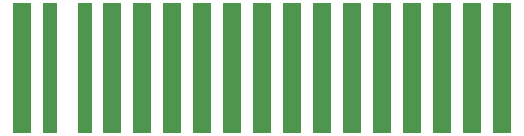
<source format=gbr>
%TF.GenerationSoftware,KiCad,Pcbnew,7.0.9*%
%TF.CreationDate,2024-01-11T00:16:29-03:00*%
%TF.ProjectId,HB-3600_FDC,48422d33-3630-4305-9f46-44432e6b6963,V1.0.0*%
%TF.SameCoordinates,Original*%
%TF.FileFunction,Paste,Bot*%
%TF.FilePolarity,Positive*%
%FSLAX46Y46*%
G04 Gerber Fmt 4.6, Leading zero omitted, Abs format (unit mm)*
G04 Created by KiCad (PCBNEW 7.0.9) date 2024-01-11 00:16:29*
%MOMM*%
%LPD*%
G01*
G04 APERTURE LIST*
%ADD10R,1.600000X11.000000*%
%ADD11R,1.300000X11.000000*%
G04 APERTURE END LIST*
D10*
%TO.C,CN2*%
X83375500Y-128270000D03*
D11*
X85725000Y-128257300D03*
X88709500Y-128270000D03*
D10*
X90995500Y-128270000D03*
X93535500Y-128270000D03*
X96075500Y-128270000D03*
X98615500Y-128270000D03*
X101155500Y-128270000D03*
X103695500Y-128270000D03*
X106235500Y-128270000D03*
X108775500Y-128270000D03*
X111315500Y-128270000D03*
X113855500Y-128270000D03*
X116395500Y-128270000D03*
X118935500Y-128270000D03*
X121475500Y-128270000D03*
X124015500Y-128270000D03*
%TD*%
M02*

</source>
